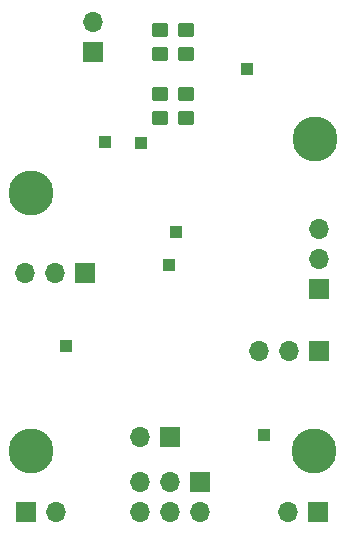
<source format=gbr>
%TF.GenerationSoftware,KiCad,Pcbnew,(6.0.8-1)-1*%
%TF.CreationDate,2022-11-07T15:29:17+01:00*%
%TF.ProjectId,distortion-pedal,64697374-6f72-4746-996f-6e2d70656461,rev?*%
%TF.SameCoordinates,Original*%
%TF.FileFunction,Soldermask,Bot*%
%TF.FilePolarity,Negative*%
%FSLAX46Y46*%
G04 Gerber Fmt 4.6, Leading zero omitted, Abs format (unit mm)*
G04 Created by KiCad (PCBNEW (6.0.8-1)-1) date 2022-11-07 15:29:17*
%MOMM*%
%LPD*%
G01*
G04 APERTURE LIST*
G04 Aperture macros list*
%AMRoundRect*
0 Rectangle with rounded corners*
0 $1 Rounding radius*
0 $2 $3 $4 $5 $6 $7 $8 $9 X,Y pos of 4 corners*
0 Add a 4 corners polygon primitive as box body*
4,1,4,$2,$3,$4,$5,$6,$7,$8,$9,$2,$3,0*
0 Add four circle primitives for the rounded corners*
1,1,$1+$1,$2,$3*
1,1,$1+$1,$4,$5*
1,1,$1+$1,$6,$7*
1,1,$1+$1,$8,$9*
0 Add four rect primitives between the rounded corners*
20,1,$1+$1,$2,$3,$4,$5,0*
20,1,$1+$1,$4,$5,$6,$7,0*
20,1,$1+$1,$6,$7,$8,$9,0*
20,1,$1+$1,$8,$9,$2,$3,0*%
G04 Aperture macros list end*
%ADD10R,1.700000X1.700000*%
%ADD11O,1.700000X1.700000*%
%ADD12R,1.000000X1.000000*%
%ADD13C,3.800000*%
%ADD14C,2.600000*%
%ADD15RoundRect,0.250000X-0.450000X0.350000X-0.450000X-0.350000X0.450000X-0.350000X0.450000X0.350000X0*%
G04 APERTURE END LIST*
D10*
%TO.C,J4*%
X53800000Y-44170000D03*
D11*
X53800000Y-41630000D03*
%TD*%
D10*
%TO.C,D6*%
X60305000Y-76720000D03*
D11*
X57765000Y-76720000D03*
%TD*%
D10*
%TO.C,Level1*%
X53110000Y-62850000D03*
D11*
X50570000Y-62850000D03*
X48030000Y-62850000D03*
%TD*%
D10*
%TO.C,Gain1*%
X72905000Y-69500000D03*
D11*
X70365000Y-69500000D03*
X67825000Y-69500000D03*
%TD*%
D12*
%TO.C,TP3*%
X66800000Y-45600000D03*
%TD*%
%TO.C,TP2*%
X60790000Y-59370000D03*
%TD*%
D13*
%TO.C,H1*%
X48500000Y-56100000D03*
D14*
X48500000Y-56100000D03*
%TD*%
D12*
%TO.C,TP5*%
X54810000Y-51770000D03*
%TD*%
D10*
%TO.C,Tone1*%
X72890000Y-64195000D03*
D11*
X72890000Y-61655000D03*
X72890000Y-59115000D03*
%TD*%
D13*
%TO.C,H3*%
X48490000Y-77900000D03*
D14*
X48490000Y-77900000D03*
%TD*%
D12*
%TO.C,TP4*%
X57790000Y-51870000D03*
%TD*%
%TO.C,TP6*%
X68250000Y-76540000D03*
%TD*%
%TO.C,TP1*%
X60160000Y-62170000D03*
%TD*%
D10*
%TO.C,J2*%
X72855000Y-83090000D03*
D11*
X70315000Y-83090000D03*
%TD*%
D12*
%TO.C,TP9*%
X51500000Y-69000000D03*
%TD*%
D14*
%TO.C,H4*%
X72500000Y-77900000D03*
D13*
X72500000Y-77900000D03*
%TD*%
D10*
%TO.C,SW1*%
X62825000Y-80545000D03*
D11*
X62825000Y-83085000D03*
X60285000Y-80545000D03*
X60285000Y-83085000D03*
X57745000Y-80545000D03*
X57745000Y-83085000D03*
%TD*%
D13*
%TO.C,H2*%
X72530000Y-51500000D03*
D14*
X72530000Y-51500000D03*
%TD*%
D10*
%TO.C,J1*%
X48065000Y-83110000D03*
D11*
X50605000Y-83110000D03*
%TD*%
D15*
%TO.C,Rcc2*%
X59400000Y-47700000D03*
X59400000Y-49700000D03*
%TD*%
%TO.C,Rcc3*%
X61600000Y-42300000D03*
X61600000Y-44300000D03*
%TD*%
%TO.C,Rcc4*%
X59400000Y-42300000D03*
X59400000Y-44300000D03*
%TD*%
%TO.C,Rcc1*%
X61600000Y-47700000D03*
X61600000Y-49700000D03*
%TD*%
M02*

</source>
